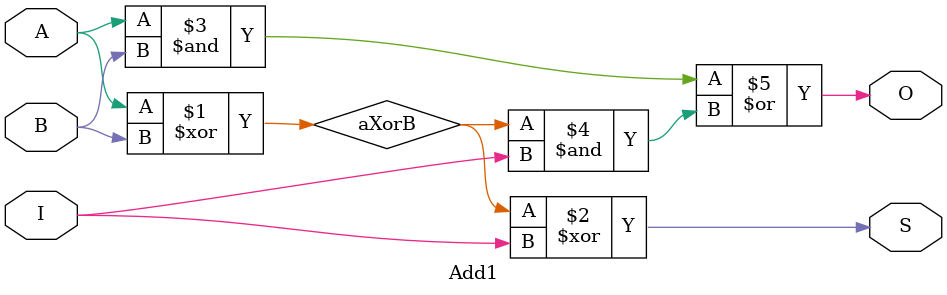
<source format=v>
/*
 * Add1.v
 * 
 * "Simple 1-bit full adder"
 */
module Add1 (
    // Input signals.
    input  A,
    input  B,
	 input  I,
    
	 // Output signals.
	 output S,
	 output O
);

//////////////////////////////////
// -- Internal Signals/Wires -- //
//////////////////////////////////

// Computed signals common to both output computations.
wire aXorB;

///////////////////////////////////////////
// -- Connections/Combinational Logic -- //
///////////////////////////////////////////

//------------------------------------------------------------------------------
// Compute intermediate signals.
assign aXorB = A ^ B;

//------------------------------------------------------------------------------
// Compute basic outputs.
assign S = aXorB ^ I;
assign O = (A & B) | (aXorB & I);

endmodule

</source>
